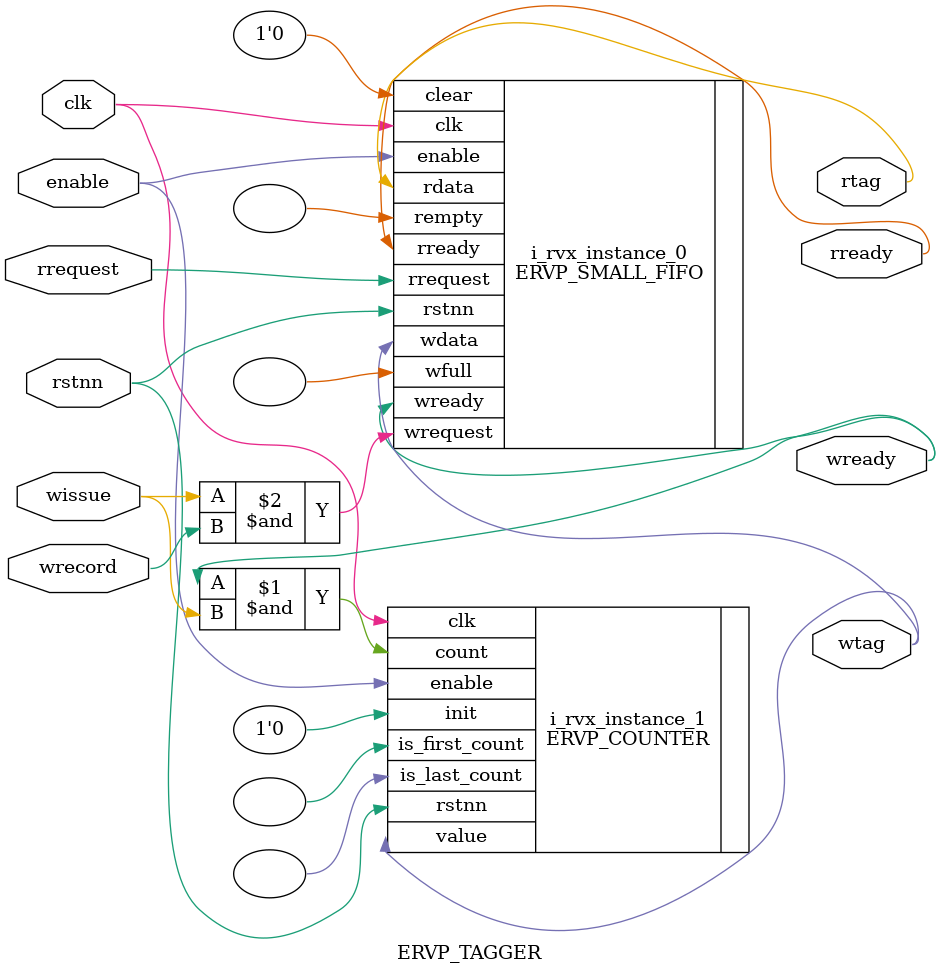
<source format=v>

`include "ervp_global.vh"


module ERVP_TAGGER
(
	clk,
  rstnn,
	enable,

  wready,
  wissue,
	wrecord,
	wtag,
	rready,
	rrequest,
	rtag
);


parameter BW_TAG = 1;
parameter DEPTH = 4;

input wire clk, rstnn;
input wire enable;

output wire wready;
input wire wissue;
input wire wrecord;
output wire [BW_TAG-1:0] wtag;

output wire rready;
input wire rrequest;
output wire [BW_TAG-1:0] rtag;

ERVP_COUNTER
#(
  .BW_COUNTER(BW_TAG),
  .CIRCULAR(1)
)
i_rvx_instance_1
(
	.clk(clk),
  .rstnn(rstnn),
	.enable(enable),
	.init(1'b 0),
  .count(wready&wissue),
	.value(wtag),
	.is_first_count(),
	.is_last_count()
);

ERVP_SMALL_FIFO
#(
  .BW_DATA(BW_TAG),
  .DEPTH(DEPTH)
)
i_rvx_instance_0
(
	.clk(clk),
  .rstnn(rstnn),
	.enable(enable),
  .clear(1'b 0),
	.wready(wready),
	.wfull(),
	.wrequest(wissue&wrecord),
	.wdata(wtag),
	.rready(rready),
	.rempty(),
	.rrequest(rrequest),
	.rdata(rtag)
);

endmodule

</source>
